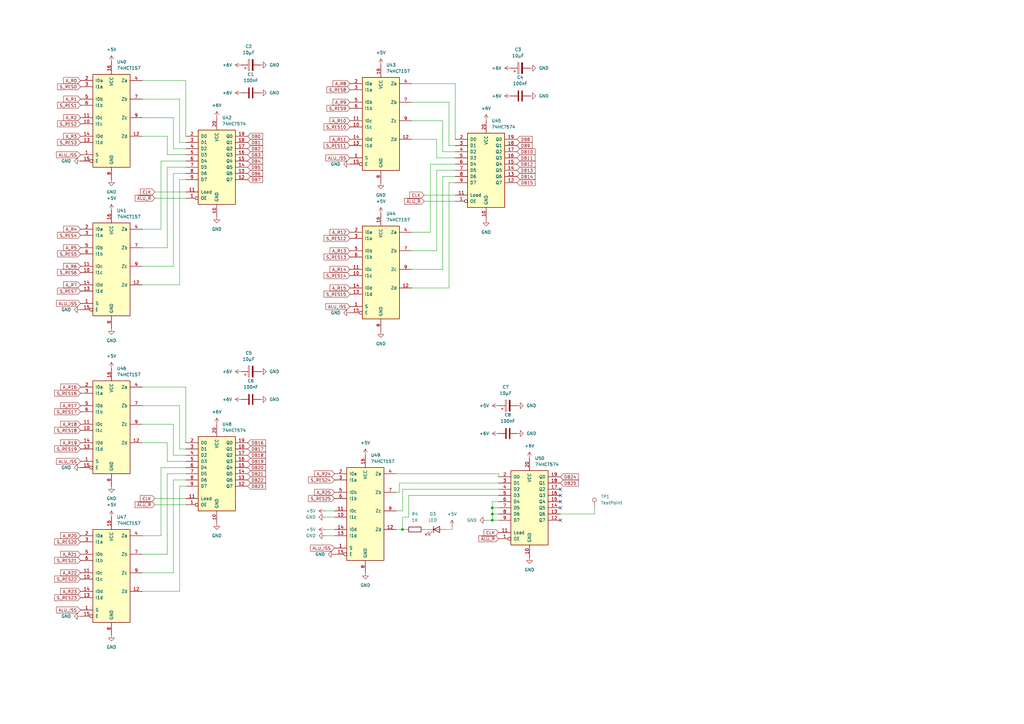
<source format=kicad_sch>
(kicad_sch (version 20231120) (generator "eeschema") (generator_version "8.0")
  (paper "A3")
  (lib_symbols
    (symbol "74xx:74LS157" (pin_names (offset 1.016))
      (property "Reference" "U" (at -7.62 19.05 0))
      (property "Value" "74LS157" (at -7.62 -21.59 0))
      (symbol "74LS157_1_0"
        (pin input line (at -12.7 -15.24 0) (length 5.08) (name "S") (number "1"))
        (pin input line (at -12.7 -2.54 0) (length 5.08) (name "I1c") (number "10"))
        (pin input line (at -12.7 0 0) (length 5.08) (name "I0c") (number "11"))
        (pin output line (at 12.7 -7.62 180) (length 5.08) (name "Zd") (number "12"))
        (pin input line (at -12.7 -10.16 0) (length 5.08) (name "I1d") (number "13"))
        (pin input line (at -12.7 -7.62 0) (length 5.08) (name "I0d") (number "14"))
        (pin input inverted (at -12.7 -17.78 0) (length 5.08) (name "E") (number "15"))
        (pin power_in line (at 0 22.86 270) (length 5.08) (name "VCC") (number "16"))
        (pin input line (at -12.7 15.24 0) (length 5.08) (name "I0a") (number "2"))
        (pin input line (at -12.7 12.7 0) (length 5.08) (name "I1a") (number "3"))
        (pin output line (at 12.7 15.24 180) (length 5.08) (name "Za") (number "4"))
        (pin input line (at -12.7 7.62 0) (length 5.08) (name "I0b") (number "5"))
        (pin input line (at -12.7 5.08 0) (length 5.08) (name "I1b") (number "6"))
        (pin output line (at 12.7 7.62 180) (length 5.08) (name "Zb") (number "7"))
        (pin power_in line (at 0 -25.4 90) (length 5.08) (name "GND") (number "8"))
        (pin output line (at 12.7 0 180) (length 5.08) (name "Zc") (number "9"))
      )
      (symbol "74LS157_1_1"
        (rectangle (start -7.62 17.78) (end 7.62 -20.32) (stroke (width 0.254)) (fill (type background)))
      )
    )
    (symbol "74xx:74LS573" (pin_names (offset 1.016))
      (property "Reference" "U" (at -7.62 16.51 0))
      (property "Value" "74LS573" (at -7.62 -16.51 0))
      (symbol "74LS573_1_0"
        (pin input inverted (at -12.7 -12.7 0) (length 5.08) (name "OE") (number "1"))
        (pin power_in line (at 0 -20.32 90) (length 5.08) (name "GND") (number "10"))
        (pin input line (at -12.7 -10.16 0) (length 5.08) (name "Load") (number "11"))
        (pin tri_state line (at 12.7 -5.08 180) (length 5.08) (name "Q7") (number "12"))
        (pin tri_state line (at 12.7 -2.54 180) (length 5.08) (name "Q6") (number "13"))
        (pin tri_state line (at 12.7 0 180) (length 5.08) (name "Q5") (number "14"))
        (pin tri_state line (at 12.7 2.54 180) (length 5.08) (name "Q4") (number "15"))
        (pin tri_state line (at 12.7 5.08 180) (length 5.08) (name "Q3") (number "16"))
        (pin tri_state line (at 12.7 7.62 180) (length 5.08) (name "Q2") (number "17"))
        (pin tri_state line (at 12.7 10.16 180) (length 5.08) (name "Q1") (number "18"))
        (pin tri_state line (at 12.7 12.7 180) (length 5.08) (name "Q0") (number "19"))
        (pin input line (at -12.7 12.7 0) (length 5.08) (name "D0") (number "2"))
        (pin power_in line (at 0 20.32 270) (length 5.08) (name "VCC") (number "20"))
        (pin input line (at -12.7 10.16 0) (length 5.08) (name "D1") (number "3"))
        (pin input line (at -12.7 7.62 0) (length 5.08) (name "D2") (number "4"))
        (pin input line (at -12.7 5.08 0) (length 5.08) (name "D3") (number "5"))
        (pin input line (at -12.7 2.54 0) (length 5.08) (name "D4") (number "6"))
        (pin input line (at -12.7 0 0) (length 5.08) (name "D5") (number "7"))
        (pin input line (at -12.7 -2.54 0) (length 5.08) (name "D6") (number "8"))
        (pin input line (at -12.7 -5.08 0) (length 5.08) (name "D7") (number "9"))
      )
      (symbol "74LS573_1_1"
        (rectangle (start -7.62 15.24) (end 7.62 -15.24) (stroke (width 0.254)) (fill (type background)))
      )
    )
    (symbol "Connector:TestPoint" (pin_numbers hide) (pin_names (offset 0.762) hide)
      (property "Reference" "TP" (at 0 6.858 0))
      (property "Value" "TestPoint" (at 0 5.08 0))
      (symbol "TestPoint_0_1"
        (circle (center 0 3.302) (radius 0.762))
      )
      (symbol "TestPoint_1_1"
        (pin passive line (at 0 0 90) (length 2.54) (name "1") (number "1"))
      )
    )
    (symbol "Device:C" (pin_numbers hide) (pin_names (offset 0.254))
      (property "Reference" "C" (at 0.635 2.54 0))
      (property "Value" "C" (at 0.635 -2.54 0))
      (symbol "C_0_1"
        (polyline (pts (xy -2.032 -0.762) (xy 2.032 -0.762)) (stroke (width 0.508)))
        (polyline (pts (xy -2.032 0.762) (xy 2.032 0.762)) (stroke (width 0.508)))
      )
      (symbol "C_1_1"
        (pin passive line (at 0 3.81 270) (length 2.794) (name "~") (number "1"))
        (pin passive line (at 0 -3.81 90) (length 2.794) (name "~") (number "2"))
      )
    )
    (symbol "Device:C_Polarized" (pin_numbers hide) (pin_names (offset 0.254))
      (property "Reference" "C" (at 0.635 2.54 0))
      (property "Value" "C_Polarized" (at 0.635 -2.54 0))
      (symbol "C_Polarized_0_1"
        (rectangle (start -2.286 0.508) (end 2.286 1.016))
        (polyline (pts (xy -1.778 2.286) (xy -0.762 2.286)))
        (polyline (pts (xy -1.27 2.794) (xy -1.27 1.778)))
        (rectangle (start 2.286 -0.508) (end -2.286 -1.016) (fill (type outline)))
      )
      (symbol "C_Polarized_1_1"
        (pin passive line (at 0 3.81 270) (length 2.794) (name "~") (number "1"))
        (pin passive line (at 0 -3.81 90) (length 2.794) (name "~") (number "2"))
      )
    )
    (symbol "Device:LED" (pin_numbers hide) (pin_names (offset 1.016) hide)
      (property "Reference" "D" (at 0 2.54 0))
      (property "Value" "LED" (at 0 -2.54 0))
      (symbol "LED_0_1"
        (polyline (pts (xy -1.27 -1.27) (xy -1.27 1.27)) (stroke (width 0.254)))
        (polyline (pts (xy -1.27 0) (xy 1.27 0)))
        (polyline (pts (xy 1.27 -1.27) (xy 1.27 1.27) (xy -1.27 0) (xy 1.27 -1.27)) (stroke (width 0.254)))
        (polyline (pts (xy -3.048 -0.762) (xy -4.572 -2.286) (xy -3.81 -2.286) (xy -4.572 -2.286) (xy -4.572 -1.524)))
        (polyline (pts (xy -1.778 -0.762) (xy -3.302 -2.286) (xy -2.54 -2.286) (xy -3.302 -2.286) (xy -3.302 -1.524)))
      )
      (symbol "LED_1_1"
        (pin passive line (at -3.81 0 0) (length 2.54) (name "K") (number "1"))
        (pin passive line (at 3.81 0 180) (length 2.54) (name "A") (number "2"))
      )
    )
    (symbol "Device:R" (pin_numbers hide) (pin_names (offset 0))
      (property "Reference" "R" (at 2.032 0 90))
      (property "Value" "R" (at 0 0 90))
      (symbol "R_0_1"
        (rectangle (start -1.016 -2.54) (end 1.016 2.54) (stroke (width 0.254)))
      )
      (symbol "R_1_1"
        (pin passive line (at 0 3.81 270) (length 1.27) (name "~") (number "1"))
        (pin passive line (at 0 -3.81 90) (length 1.27) (name "~") (number "2"))
      )
    )
    (symbol "power:+5V" (power) (pin_numbers hide) (pin_names (offset 0) hide)
      (property "Value" "+5V" (at 0 3.556 0))
      (symbol "+5V_0_1"
        (polyline (pts (xy -0.762 1.27) (xy 0 2.54)))
        (polyline (pts (xy 0 0) (xy 0 2.54)))
        (polyline (pts (xy 0 2.54) (xy 0.762 1.27)))
      )
      (symbol "+5V_1_1"
        (pin power_in line (at 0 0 90) (length 0) (name "~") (number "1"))
      )
    )
    (symbol "power:+6V" (power) (pin_numbers hide) (pin_names (offset 0) hide)
      (property "Value" "+6V" (at 0 3.556 0))
      (symbol "+6V_0_1"
        (polyline (pts (xy -0.762 1.27) (xy 0 2.54)))
        (polyline (pts (xy 0 0) (xy 0 2.54)))
        (polyline (pts (xy 0 2.54) (xy 0.762 1.27)))
      )
      (symbol "+6V_1_1"
        (pin power_in line (at 0 0 90) (length 0) (name "~") (number "1"))
      )
    )
    (symbol "power:GND" (power) (pin_numbers hide) (pin_names (offset 0) hide)
      (property "Value" "GND" (at 0 -3.81 0))
      (symbol "GND_0_1"
        (polyline (pts (xy 0 0) (xy 0 -1.27) (xy 1.27 -1.27) (xy 0 -2.54) (xy -1.27 -1.27) (xy 0 -1.27)))
      )
      (symbol "GND_1_1"
        (pin power_in line (at 0 0 270) (length 0) (name "~") (number "1"))
      )
    )
  )
  (junction (at 201.93 208.28))
  (junction (at 165.1 217.17))
  (junction (at 201.93 213.36))
  (junction (at 201.93 210.82))
  (no_connect (at 229.87 208.28))
  (no_connect (at 229.87 205.74))
  (no_connect (at 229.87 213.36))
  (no_connect (at 229.87 203.2))
  (no_connect (at 229.87 200.66))
  (wire (pts (xy 168.91 102.87) (xy 179.07 102.87)))
  (wire (pts (xy 73.66 40.64) (xy 73.66 58.42)))
  (wire (pts (xy 184.15 59.69) (xy 186.69 59.69)))
  (wire (pts (xy 168.91 34.29) (xy 186.69 34.29)))
  (wire (pts (xy 58.42 109.22) (xy 71.12 109.22)))
  (wire (pts (xy 63.5 81.28) (xy 76.2 81.28)))
  (wire (pts (xy 184.15 118.11) (xy 184.15 74.93)))
  (wire (pts (xy 76.2 33.02) (xy 76.2 55.88)))
  (wire (pts (xy 73.66 116.84) (xy 73.66 73.66)))
  (wire (pts (xy 73.66 73.66) (xy 76.2 73.66)))
  (wire (pts (xy 133.35 219.71) (xy 137.16 219.71)))
  (wire (pts (xy 58.42 48.26) (xy 71.12 48.26)))
  (wire (pts (xy 184.15 74.93) (xy 186.69 74.93)))
  (wire (pts (xy 199.39 213.36) (xy 201.93 213.36)))
  (wire (pts (xy 204.47 195.58) (xy 204.47 194.31)))
  (wire (pts (xy 181.61 110.49) (xy 181.61 72.39)))
  (wire (pts (xy 201.93 210.82) (xy 204.47 210.82)))
  (wire (pts (xy 68.58 194.31) (xy 76.2 194.31)))
  (wire (pts (xy 204.47 194.31) (xy 162.56 194.31)))
  (wire (pts (xy 76.2 158.75) (xy 76.2 181.61)))
  (wire (pts (xy 73.66 58.42) (xy 76.2 58.42)))
  (wire (pts (xy 186.69 34.29) (xy 186.69 57.15)))
  (wire (pts (xy 73.66 242.57) (xy 73.66 199.39)))
  (wire (pts (xy 133.35 209.55) (xy 137.16 209.55)))
  (wire (pts (xy 71.12 60.96) (xy 76.2 60.96)))
  (wire (pts (xy 71.12 196.85) (xy 76.2 196.85)))
  (wire (pts (xy 181.61 49.53) (xy 181.61 62.23)))
  (wire (pts (xy 229.87 210.82) (xy 243.84 210.82)))
  (wire (pts (xy 201.93 213.36) (xy 201.93 210.82)))
  (wire (pts (xy 204.47 200.66) (xy 165.1 200.66)))
  (wire (pts (xy 165.1 200.66) (xy 165.1 209.55)))
  (wire (pts (xy 58.42 158.75) (xy 76.2 158.75)))
  (wire (pts (xy 68.58 68.58) (xy 76.2 68.58)))
  (wire (pts (xy 63.5 78.74) (xy 76.2 78.74)))
  (wire (pts (xy 58.42 93.98) (xy 66.04 93.98)))
  (wire (pts (xy 179.07 69.85) (xy 186.69 69.85)))
  (wire (pts (xy 58.42 55.88) (xy 68.58 55.88)))
  (wire (pts (xy 243.84 210.82) (xy 243.84 208.28)))
  (wire (pts (xy 204.47 198.12) (xy 163.83 198.12)))
  (wire (pts (xy 68.58 227.33) (xy 68.58 194.31)))
  (wire (pts (xy 168.91 57.15) (xy 179.07 57.15)))
  (wire (pts (xy 63.5 207.01) (xy 76.2 207.01)))
  (wire (pts (xy 58.42 234.95) (xy 71.12 234.95)))
  (wire (pts (xy 168.91 110.49) (xy 181.61 110.49)))
  (wire (pts (xy 68.58 101.6) (xy 68.58 68.58)))
  (wire (pts (xy 184.15 41.91) (xy 184.15 59.69)))
  (wire (pts (xy 133.35 212.09) (xy 137.16 212.09)))
  (wire (pts (xy 68.58 189.23) (xy 76.2 189.23)))
  (wire (pts (xy 71.12 186.69) (xy 76.2 186.69)))
  (wire (pts (xy 58.42 242.57) (xy 73.66 242.57)))
  (wire (pts (xy 168.91 41.91) (xy 184.15 41.91)))
  (wire (pts (xy 71.12 109.22) (xy 71.12 71.12)))
  (wire (pts (xy 58.42 116.84) (xy 73.66 116.84)))
  (wire (pts (xy 58.42 181.61) (xy 68.58 181.61)))
  (wire (pts (xy 163.83 201.93) (xy 162.56 201.93)))
  (wire (pts (xy 162.56 217.17) (xy 165.1 217.17)))
  (wire (pts (xy 58.42 173.99) (xy 71.12 173.99)))
  (wire (pts (xy 163.83 198.12) (xy 163.83 201.93)))
  (wire (pts (xy 179.07 64.77) (xy 186.69 64.77)))
  (wire (pts (xy 66.04 66.04) (xy 76.2 66.04)))
  (wire (pts (xy 201.93 208.28) (xy 201.93 205.74)))
  (wire (pts (xy 185.42 215.9) (xy 185.42 217.17)))
  (wire (pts (xy 176.53 95.25) (xy 176.53 67.31)))
  (wire (pts (xy 181.61 72.39) (xy 186.69 72.39)))
  (wire (pts (xy 173.99 80.01) (xy 186.69 80.01)))
  (wire (pts (xy 179.07 57.15) (xy 179.07 64.77)))
  (wire (pts (xy 71.12 71.12) (xy 76.2 71.12)))
  (wire (pts (xy 167.64 212.09) (xy 165.1 212.09)))
  (wire (pts (xy 168.91 118.11) (xy 184.15 118.11)))
  (wire (pts (xy 63.5 204.47) (xy 76.2 204.47)))
  (wire (pts (xy 204.47 203.2) (xy 167.64 203.2)))
  (wire (pts (xy 179.07 102.87) (xy 179.07 69.85)))
  (wire (pts (xy 71.12 48.26) (xy 71.12 60.96)))
  (wire (pts (xy 66.04 191.77) (xy 76.2 191.77)))
  (wire (pts (xy 133.35 217.17) (xy 137.16 217.17)))
  (wire (pts (xy 201.93 213.36) (xy 204.47 213.36)))
  (wire (pts (xy 71.12 173.99) (xy 71.12 186.69)))
  (wire (pts (xy 173.99 217.17) (xy 175.26 217.17)))
  (wire (pts (xy 68.58 63.5) (xy 76.2 63.5)))
  (wire (pts (xy 165.1 209.55) (xy 162.56 209.55)))
  (wire (pts (xy 66.04 219.71) (xy 66.04 191.77)))
  (wire (pts (xy 73.66 199.39) (xy 76.2 199.39)))
  (wire (pts (xy 73.66 166.37) (xy 73.66 184.15)))
  (wire (pts (xy 165.1 217.17) (xy 166.37 217.17)))
  (wire (pts (xy 173.99 82.55) (xy 186.69 82.55)))
  (wire (pts (xy 58.42 227.33) (xy 68.58 227.33)))
  (wire (pts (xy 165.1 212.09) (xy 165.1 217.17)))
  (wire (pts (xy 58.42 40.64) (xy 73.66 40.64)))
  (wire (pts (xy 58.42 166.37) (xy 73.66 166.37)))
  (wire (pts (xy 201.93 208.28) (xy 204.47 208.28)))
  (wire (pts (xy 176.53 67.31) (xy 186.69 67.31)))
  (wire (pts (xy 73.66 184.15) (xy 76.2 184.15)))
  (wire (pts (xy 58.42 219.71) (xy 66.04 219.71)))
  (wire (pts (xy 66.04 93.98) (xy 66.04 66.04)))
  (wire (pts (xy 68.58 181.61) (xy 68.58 189.23)))
  (wire (pts (xy 167.64 203.2) (xy 167.64 212.09)))
  (wire (pts (xy 168.91 95.25) (xy 176.53 95.25)))
  (wire (pts (xy 181.61 62.23) (xy 186.69 62.23)))
  (wire (pts (xy 58.42 33.02) (xy 76.2 33.02)))
  (wire (pts (xy 71.12 234.95) (xy 71.12 196.85)))
  (wire (pts (xy 185.42 217.17) (xy 182.88 217.17)))
  (wire (pts (xy 201.93 210.82) (xy 201.93 208.28)))
  (wire (pts (xy 201.93 205.74) (xy 204.47 205.74)))
  (wire (pts (xy 58.42 101.6) (xy 68.58 101.6)))
  (wire (pts (xy 68.58 55.88) (xy 68.58 63.5)))
  (wire (pts (xy 168.91 49.53) (xy 181.61 49.53)))
  (global_label "A_R21" (shape input) (at 33.02 227.33 180) (property "Intersheetrefs" "${INTERSHEET_REFS}" (effects (hide yes))))
  (global_label "A_R1" (shape input) (at 33.02 40.64 180) (property "Intersheetrefs" "${INTERSHEET_REFS}" (effects (hide yes))))
  (global_label "DB22" (shape input) (at 101.6 196.85 0) (property "Intersheetrefs" "${INTERSHEET_REFS}" (effects (hide yes))))
  (global_label "A_R14" (shape input) (at 143.51 110.49 180) (property "Intersheetrefs" "${INTERSHEET_REFS}" (effects (hide yes))))
  (global_label "S_RES14" (shape input) (at 143.51 113.03 180) (property "Intersheetrefs" "${INTERSHEET_REFS}" (effects (hide yes))))
  (global_label "DB24" (shape input) (at 229.87 195.58 0) (property "Intersheetrefs" "${INTERSHEET_REFS}" (effects (hide yes))))
  (global_label "S_RES12" (shape input) (at 143.51 97.79 180) (property "Intersheetrefs" "${INTERSHEET_REFS}" (effects (hide yes))))
  (global_label "A_R7" (shape input) (at 33.02 116.84 180) (property "Intersheetrefs" "${INTERSHEET_REFS}" (effects (hide yes))))
  (global_label "ALU_ISS" (shape input) (at 33.02 250.19 180) (property "Intersheetrefs" "${INTERSHEET_REFS}" (effects (hide yes))))
  (global_label "~{ALU_R}" (shape input) (at 63.5 207.01 180) (property "Intersheetrefs" "${INTERSHEET_REFS}" (effects (hide yes))))
  (global_label "S_RES4" (shape input) (at 33.02 96.52 180) (property "Intersheetrefs" "${INTERSHEET_REFS}" (effects (hide yes))))
  (global_label "A_R18" (shape input) (at 33.02 173.99 180) (property "Intersheetrefs" "${INTERSHEET_REFS}" (effects (hide yes))))
  (global_label "S_RES20" (shape input) (at 33.02 222.25 180) (property "Intersheetrefs" "${INTERSHEET_REFS}" (effects (hide yes))))
  (global_label "A_R9" (shape input) (at 143.51 41.91 180) (property "Intersheetrefs" "${INTERSHEET_REFS}" (effects (hide yes))))
  (global_label "~{ALU_R}" (shape input) (at 173.99 82.55 180) (property "Intersheetrefs" "${INTERSHEET_REFS}" (effects (hide yes))))
  (global_label "S_RES5" (shape input) (at 33.02 104.14 180) (property "Intersheetrefs" "${INTERSHEET_REFS}" (effects (hide yes))))
  (global_label "DB21" (shape input) (at 101.6 194.31 0) (property "Intersheetrefs" "${INTERSHEET_REFS}" (effects (hide yes))))
  (global_label "ALU_ISS" (shape input) (at 33.02 63.5 180) (property "Intersheetrefs" "${INTERSHEET_REFS}" (effects (hide yes))))
  (global_label "CLK" (shape input) (at 63.5 204.47 180) (property "Intersheetrefs" "${INTERSHEET_REFS}" (effects (hide yes))))
  (global_label "DB20" (shape input) (at 101.6 191.77 0) (property "Intersheetrefs" "${INTERSHEET_REFS}" (effects (hide yes))))
  (global_label "DB17" (shape input) (at 101.6 184.15 0) (property "Intersheetrefs" "${INTERSHEET_REFS}" (effects (hide yes))))
  (global_label "DB1" (shape input) (at 101.6 58.42 0) (property "Intersheetrefs" "${INTERSHEET_REFS}" (effects (hide yes))))
  (global_label "ALU_ISS" (shape input) (at 33.02 189.23 180) (property "Intersheetrefs" "${INTERSHEET_REFS}" (effects (hide yes))))
  (global_label "S_RES22" (shape input) (at 33.02 237.49 180) (property "Intersheetrefs" "${INTERSHEET_REFS}" (effects (hide yes))))
  (global_label "S_RES3" (shape input) (at 33.02 58.42 180) (property "Intersheetrefs" "${INTERSHEET_REFS}" (effects (hide yes))))
  (global_label "DB25" (shape input) (at 229.87 198.12 0) (property "Intersheetrefs" "${INTERSHEET_REFS}" (effects (hide yes))))
  (global_label "S_RES8" (shape input) (at 143.51 36.83 180) (property "Intersheetrefs" "${INTERSHEET_REFS}" (effects (hide yes))))
  (global_label "S_RES13" (shape input) (at 143.51 105.41 180) (property "Intersheetrefs" "${INTERSHEET_REFS}" (effects (hide yes))))
  (global_label "A_R8" (shape input) (at 143.51 34.29 180) (property "Intersheetrefs" "${INTERSHEET_REFS}" (effects (hide yes))))
  (global_label "A_R10" (shape input) (at 143.51 49.53 180) (property "Intersheetrefs" "${INTERSHEET_REFS}" (effects (hide yes))))
  (global_label "S_RES17" (shape input) (at 33.02 168.91 180) (property "Intersheetrefs" "${INTERSHEET_REFS}" (effects (hide yes))))
  (global_label "ALU_ISS" (shape input) (at 33.02 124.46 180) (property "Intersheetrefs" "${INTERSHEET_REFS}" (effects (hide yes))))
  (global_label "ALU_ISS" (shape input) (at 143.51 64.77 180) (property "Intersheetrefs" "${INTERSHEET_REFS}" (effects (hide yes))))
  (global_label "DB12" (shape input) (at 212.09 67.31 0) (property "Intersheetrefs" "${INTERSHEET_REFS}" (effects (hide yes))))
  (global_label "DB19" (shape input) (at 101.6 189.23 0) (property "Intersheetrefs" "${INTERSHEET_REFS}" (effects (hide yes))))
  (global_label "S_RES1" (shape input) (at 33.02 43.18 180) (property "Intersheetrefs" "${INTERSHEET_REFS}" (effects (hide yes))))
  (global_label "S_RES10" (shape input) (at 143.51 52.07 180) (property "Intersheetrefs" "${INTERSHEET_REFS}" (effects (hide yes))))
  (global_label "A_R6" (shape input) (at 33.02 109.22 180) (property "Intersheetrefs" "${INTERSHEET_REFS}" (effects (hide yes))))
  (global_label "S_RES25" (shape input) (at 137.16 204.47 180) (property "Intersheetrefs" "${INTERSHEET_REFS}" (effects (hide yes))))
  (global_label "S_RES6" (shape input) (at 33.02 111.76 180) (property "Intersheetrefs" "${INTERSHEET_REFS}" (effects (hide yes))))
  (global_label "A_R13" (shape input) (at 143.51 102.87 180) (property "Intersheetrefs" "${INTERSHEET_REFS}" (effects (hide yes))))
  (global_label "CLK" (shape input) (at 204.47 218.44 180) (property "Intersheetrefs" "${INTERSHEET_REFS}" (effects (hide yes))))
  (global_label "S_RES23" (shape input) (at 33.02 245.11 180) (property "Intersheetrefs" "${INTERSHEET_REFS}" (effects (hide yes))))
  (global_label "DB5" (shape input) (at 101.6 68.58 0) (property "Intersheetrefs" "${INTERSHEET_REFS}" (effects (hide yes))))
  (global_label "A_R4" (shape input) (at 33.02 93.98 180) (property "Intersheetrefs" "${INTERSHEET_REFS}" (effects (hide yes))))
  (global_label "DB6" (shape input) (at 101.6 71.12 0) (property "Intersheetrefs" "${INTERSHEET_REFS}" (effects (hide yes))))
  (global_label "A_R5" (shape input) (at 33.02 101.6 180) (property "Intersheetrefs" "${INTERSHEET_REFS}" (effects (hide yes))))
  (global_label "DB4" (shape input) (at 101.6 66.04 0) (property "Intersheetrefs" "${INTERSHEET_REFS}" (effects (hide yes))))
  (global_label "ALU_ISS" (shape input) (at 143.51 125.73 180) (property "Intersheetrefs" "${INTERSHEET_REFS}" (effects (hide yes))))
  (global_label "S_RES15" (shape input) (at 143.51 120.65 180) (property "Intersheetrefs" "${INTERSHEET_REFS}" (effects (hide yes))))
  (global_label "ALU_ISS" (shape input) (at 137.16 224.79 180) (property "Intersheetrefs" "${INTERSHEET_REFS}" (effects (hide yes))))
  (global_label "S_RES16" (shape input) (at 33.02 161.29 180) (property "Intersheetrefs" "${INTERSHEET_REFS}" (effects (hide yes))))
  (global_label "S_RES24" (shape input) (at 137.16 196.85 180) (property "Intersheetrefs" "${INTERSHEET_REFS}" (effects (hide yes))))
  (global_label "DB10" (shape input) (at 212.09 62.23 0) (property "Intersheetrefs" "${INTERSHEET_REFS}" (effects (hide yes))))
  (global_label "DB3" (shape input) (at 101.6 63.5 0) (property "Intersheetrefs" "${INTERSHEET_REFS}" (effects (hide yes))))
  (global_label "A_R3" (shape input) (at 33.02 55.88 180) (property "Intersheetrefs" "${INTERSHEET_REFS}" (effects (hide yes))))
  (global_label "A_R17" (shape input) (at 33.02 166.37 180) (property "Intersheetrefs" "${INTERSHEET_REFS}" (effects (hide yes))))
  (global_label "A_R24" (shape input) (at 137.16 194.31 180) (property "Intersheetrefs" "${INTERSHEET_REFS}" (effects (hide yes))))
  (global_label "S_RES2" (shape input) (at 33.02 50.8 180) (property "Intersheetrefs" "${INTERSHEET_REFS}" (effects (hide yes))))
  (global_label "DB16" (shape input) (at 101.6 181.61 0) (property "Intersheetrefs" "${INTERSHEET_REFS}" (effects (hide yes))))
  (global_label "S_RES19" (shape input) (at 33.02 184.15 180) (property "Intersheetrefs" "${INTERSHEET_REFS}" (effects (hide yes))))
  (global_label "S_RES9" (shape input) (at 143.51 44.45 180) (property "Intersheetrefs" "${INTERSHEET_REFS}" (effects (hide yes))))
  (global_label "A_R11" (shape input) (at 143.51 57.15 180) (property "Intersheetrefs" "${INTERSHEET_REFS}" (effects (hide yes))))
  (global_label "DB7" (shape input) (at 101.6 73.66 0) (property "Intersheetrefs" "${INTERSHEET_REFS}" (effects (hide yes))))
  (global_label "CLK" (shape input) (at 63.5 78.74 180) (property "Intersheetrefs" "${INTERSHEET_REFS}" (effects (hide yes))))
  (global_label "A_R20" (shape input) (at 33.02 219.71 180) (property "Intersheetrefs" "${INTERSHEET_REFS}" (effects (hide yes))))
  (global_label "A_R0" (shape input) (at 33.02 33.02 180) (property "Intersheetrefs" "${INTERSHEET_REFS}" (effects (hide yes))))
  (global_label "S_RES11" (shape input) (at 143.51 59.69 180) (property "Intersheetrefs" "${INTERSHEET_REFS}" (effects (hide yes))))
  (global_label "S_RES7" (shape input) (at 33.02 119.38 180) (property "Intersheetrefs" "${INTERSHEET_REFS}" (effects (hide yes))))
  (global_label "DB9" (shape input) (at 212.09 59.69 0) (property "Intersheetrefs" "${INTERSHEET_REFS}" (effects (hide yes))))
  (global_label "DB14" (shape input) (at 212.09 72.39 0) (property "Intersheetrefs" "${INTERSHEET_REFS}" (effects (hide yes))))
  (global_label "DB11" (shape input) (at 212.09 64.77 0) (property "Intersheetrefs" "${INTERSHEET_REFS}" (effects (hide yes))))
  (global_label "DB8" (shape input) (at 212.09 57.15 0) (property "Intersheetrefs" "${INTERSHEET_REFS}" (effects (hide yes))))
  (global_label "~{ALU_R}" (shape input) (at 204.47 220.98 180) (property "Intersheetrefs" "${INTERSHEET_REFS}" (effects (hide yes))))
  (global_label "DB15" (shape input) (at 212.09 74.93 0) (property "Intersheetrefs" "${INTERSHEET_REFS}" (effects (hide yes))))
  (global_label "A_R16" (shape input) (at 33.02 158.75 180) (property "Intersheetrefs" "${INTERSHEET_REFS}" (effects (hide yes))))
  (global_label "~{ALU_R}" (shape input) (at 63.5 81.28 180) (property "Intersheetrefs" "${INTERSHEET_REFS}" (effects (hide yes))))
  (global_label "S_RES18" (shape input) (at 33.02 176.53 180) (property "Intersheetrefs" "${INTERSHEET_REFS}" (effects (hide yes))))
  (global_label "A_R12" (shape input) (at 143.51 95.25 180) (property "Intersheetrefs" "${INTERSHEET_REFS}" (effects (hide yes))))
  (global_label "A_R25" (shape input) (at 137.16 201.93 180) (property "Intersheetrefs" "${INTERSHEET_REFS}" (effects (hide yes))))
  (global_label "S_RES0" (shape input) (at 33.02 35.56 180) (property "Intersheetrefs" "${INTERSHEET_REFS}" (effects (hide yes))))
  (global_label "A_R2" (shape input) (at 33.02 48.26 180) (property "Intersheetrefs" "${INTERSHEET_REFS}" (effects (hide yes))))
  (global_label "DB13" (shape input) (at 212.09 69.85 0) (property "Intersheetrefs" "${INTERSHEET_REFS}" (effects (hide yes))))
  (global_label "CLK" (shape input) (at 173.99 80.01 180) (property "Intersheetrefs" "${INTERSHEET_REFS}" (effects (hide yes))))
  (global_label "DB18" (shape input) (at 101.6 186.69 0) (property "Intersheetrefs" "${INTERSHEET_REFS}" (effects (hide yes))))
  (global_label "DB0" (shape input) (at 101.6 55.88 0) (property "Intersheetrefs" "${INTERSHEET_REFS}" (effects (hide yes))))
  (global_label "DB2" (shape input) (at 101.6 60.96 0) (property "Intersheetrefs" "${INTERSHEET_REFS}" (effects (hide yes))))
  (global_label "A_R19" (shape input) (at 33.02 181.61 180) (property "Intersheetrefs" "${INTERSHEET_REFS}" (effects (hide yes))))
  (global_label "A_R23" (shape input) (at 33.02 242.57 180) (property "Intersheetrefs" "${INTERSHEET_REFS}" (effects (hide yes))))
  (global_label "S_RES21" (shape input) (at 33.02 229.87 180) (property "Intersheetrefs" "${INTERSHEET_REFS}" (effects (hide yes))))
  (global_label "A_R15" (shape input) (at 143.51 118.11 180) (property "Intersheetrefs" "${INTERSHEET_REFS}" (effects (hide yes))))
  (global_label "DB23" (shape input) (at 101.6 199.39 0) (property "Intersheetrefs" "${INTERSHEET_REFS}" (effects (hide yes))))
  (global_label "A_R22" (shape input) (at 33.02 234.95 180) (property "Intersheetrefs" "${INTERSHEET_REFS}" (effects (hide yes))))
  (symbol (lib_id "Device:C_Polarized") (at 102.87 152.4 90) (unit 1)
    (property "Reference" "C5" (at 101.981 144.78 90))
    (property "Value" "10µF" (at 101.981 147.32 90))
    (property "Footprint" "Capacitor_THT:CP_Radial_D4.0mm_P2.00mm" (effects (hide yes)))
    (property "Description" "Polarized capacitor" (effects (hide yes)))
  )
  (symbol (lib_id "74xx:74LS157") (at 149.86 209.55 0) (unit 1)
    (property "Reference" "U49" (at 152.0541 186.69 0) (effects (justify left)))
    (property "Value" "74HCT157" (at 152.0541 189.23 0) (effects (justify left)))
    (property "Footprint" "Package_SO:SO-16_3.9x9.9mm_P1.27mm" (effects (hide yes)))
    (property "Datasheet" "http://www.ti.com/lit/gpn/sn74LS157" (effects (hide yes)))
    (property "Description" "Quad 2 to 1 line Multiplexer" (effects (hide yes)))
    (property "VerilogCode" "ttl_74hct157 U49({I1d, I0d}, {I1c, I0c}, {I1b, I0b}, {I1a, I0a}, S, E, {Zd, Zc, Zb, Za});" (effects (hide yes)))
  )
  (symbol (lib_id "power:GND") (at 45.72 73.66 0) (unit 1)
    (property "Reference" "#PWR0109" (effects (hide yes)))
    (property "Value" "GND" (at 45.72 78.74 0))
    (property "Description" "Power symbol creates a global label with name \"GND\" , ground" (effects (hide yes)))
  )
  (symbol (lib_id "power:+5V") (at 45.72 212.09 0) (unit 1)
    (property "Reference" "#PWR0137" (effects (hide yes)))
    (property "Value" "+5V" (at 45.72 207.01 0))
    (property "Description" "Power symbol creates a global label with name \"+5V\"" (effects (hide yes)))
  )
  (symbol (lib_id "power:GND") (at 217.17 39.37 90) (unit 1)
    (property "Reference" "#PWR0132" (effects (hide yes)))
    (property "Value" "GND" (at 220.98 39.3699 90) (effects (justify right)))
    (property "Description" "Power symbol creates a global label with name \"GND\" , ground" (effects (hide yes)))
  )
  (symbol (lib_id "power:+5V") (at 156.21 26.67 0) (unit 1)
    (property "Reference" "#PWR0123" (effects (hide yes)))
    (property "Value" "+5V" (at 156.21 21.59 0))
    (property "Description" "Power symbol creates a global label with name \"+5V\"" (effects (hide yes)))
  )
  (symbol (lib_id "power:GND") (at 45.72 134.62 0) (unit 1)
    (property "Reference" "#PWR0113" (effects (hide yes)))
    (property "Value" "GND" (at 45.72 139.7 0))
    (property "Description" "Power symbol creates a global label with name \"GND\" , ground" (effects (hide yes)))
  )
  (symbol (lib_id "Device:R") (at 170.18 217.17 90) (unit 1)
    (property "Reference" "R4" (at 170.18 210.82 90))
    (property "Value" "1K" (at 170.18 213.36 90))
    (property "Footprint" "Resistor_SMD:R_1206_3216Metric_Pad1.30x1.75mm_HandSolder" (effects (hide yes)))
    (property "VerilogCode" "assign _1 = _2;" (effects (hide yes)))
  )
  (symbol (lib_id "power:+6V") (at 204.47 177.8 90) (unit 1)
    (property "Reference" "#PWR0156" (effects (hide yes)))
    (property "Value" "+6V" (at 200.66 177.7999 90) (effects (justify left)))
    (property "Description" "Power symbol creates a global label with name \"+6V\"" (effects (hide yes)))
  )
  (symbol (lib_id "74xx:74LS157") (at 45.72 48.26 0) (unit 1)
    (property "Reference" "U40" (at 47.9141 25.4 0) (effects (justify left)))
    (property "Value" "74HCT157" (at 47.9141 27.94 0) (effects (justify left)))
    (property "Footprint" "Package_SO:SO-16_3.9x9.9mm_P1.27mm" (effects (hide yes)))
    (property "Datasheet" "http://www.ti.com/lit/gpn/sn74LS157" (effects (hide yes)))
    (property "Description" "Quad 2 to 1 line Multiplexer" (effects (hide yes)))
    (property "VerilogCode" "ttl_74hct157 U40({I1d, I0d}, {I1c, I0c}, {I1b, I0b}, {I1a, I0a}, S, E, {Zd, Zc, Zb, Za});" (effects (hide yes)))
  )
  (symbol (lib_id "74xx:74LS573") (at 88.9 68.58 0) (unit 1)
    (property "Reference" "U42" (at 91.0941 48.26 0) (effects (justify left)))
    (property "Value" "74HCT574" (at 91.0941 50.8 0) (effects (justify left)))
    (property "Footprint" "Package_SO:SO-20_12.8x7.5mm_P1.27mm" (effects (hide yes)))
    (property "Datasheet" "74xx/74hc573.pdf" (effects (hide yes)))
    (property "Description" "8-bit Latch 3-state outputs" (effects (hide yes)))
    (property "VerilogCode" "ttl_74hct574 U42(`D, `Q, Load, OE);" (effects (hide yes)))
  )
  (symbol (lib_id "power:GND") (at 45.72 199.39 0) (unit 1)
    (property "Reference" "#PWR0136" (effects (hide yes)))
    (property "Value" "GND" (at 45.72 204.47 0))
    (property "Description" "Power symbol creates a global label with name \"GND\" , ground" (effects (hide yes)))
  )
  (symbol (lib_id "power:+6V") (at 99.06 26.67 90) (unit 1)
    (property "Reference" "#PWR0119" (effects (hide yes)))
    (property "Value" "+6V" (at 95.25 26.6699 90) (effects (justify left)))
    (property "Description" "Power symbol creates a global label with name \"+6V\"" (effects (hide yes)))
  )
  (symbol (lib_id "Connector:TestPoint") (at 243.84 208.28 0) (unit 1)
    (property "Reference" "TP1" (at 246.38 203.7079 0) (effects (justify left)))
    (property "Value" "TestPoint" (at 246.38 206.2479 0) (effects (justify left)))
    (property "Footprint" "TestPoint:TestPoint_Pad_1.5x1.5mm" (effects (hide yes)))
    (property "Description" "test point" (effects (hide yes)))
  )
  (symbol (lib_id "power:GND") (at 106.68 38.1 90) (unit 1)
    (property "Reference" "#PWR0118" (effects (hide yes)))
    (property "Value" "GND" (at 110.49 38.0999 90) (effects (justify right)))
    (property "Description" "Power symbol creates a global label with name \"GND\" , ground" (effects (hide yes)))
  )
  (symbol (lib_id "74xx:74LS157") (at 156.21 49.53 0) (unit 1)
    (property "Reference" "U43" (at 158.4041 26.67 0) (effects (justify left)))
    (property "Value" "74HCT157" (at 158.4041 29.21 0) (effects (justify left)))
    (property "Footprint" "Package_SO:SO-16_3.9x9.9mm_P1.27mm" (effects (hide yes)))
    (property "Datasheet" "http://www.ti.com/lit/gpn/sn74LS157" (effects (hide yes)))
    (property "Description" "Quad 2 to 1 line Multiplexer" (effects (hide yes)))
    (property "VerilogCode" "ttl_74hct157 U43({I1d, I0d}, {I1c, I0c}, {I1b, I0b}, {I1a, I0a}, S, E, {Zd, Zc, Zb, Za});" (effects (hide yes)))
  )
  (symbol (lib_id "power:GND") (at 156.21 74.93 0) (unit 1)
    (property "Reference" "#PWR0124" (effects (hide yes)))
    (property "Value" "GND" (at 156.21 80.01 0))
    (property "Description" "Power symbol creates a global label with name \"GND\" , ground" (effects (hide yes)))
  )
  (symbol (lib_id "74xx:74LS157") (at 156.21 110.49 0) (unit 1)
    (property "Reference" "U44" (at 158.4041 87.63 0) (effects (justify left)))
    (property "Value" "74HCT157" (at 158.4041 90.17 0) (effects (justify left)))
    (property "Footprint" "Package_SO:SO-16_3.9x9.9mm_P1.27mm" (effects (hide yes)))
    (property "Datasheet" "http://www.ti.com/lit/gpn/sn74LS157" (effects (hide yes)))
    (property "Description" "Quad 2 to 1 line Multiplexer" (effects (hide yes)))
    (property "VerilogCode" "ttl_74hct157 U44({I1d, I0d}, {I1c, I0c}, {I1b, I0b}, {I1a, I0a}, S, E, {Zd, Zc, Zb, Za});" (effects (hide yes)))
  )
  (symbol (lib_id "Device:C") (at 208.28 177.8 90) (unit 1)
    (property "Reference" "C8" (at 208.28 170.18 90))
    (property "Value" "100nF" (at 208.28 172.72 90))
    (property "Footprint" "Capacitor_SMD:C_0805_2012Metric_Pad1.18x1.45mm_HandSolder" (effects (hide yes)))
  )
  (symbol (lib_id "power:+5V") (at 204.47 166.37 90) (unit 1)
    (property "Reference" "#PWR0155" (effects (hide yes)))
    (property "Value" "+5V" (at 200.66 166.3699 90) (effects (justify left)))
    (property "Description" "Power symbol creates a global label with name \"+5V\"" (effects (hide yes)))
  )
  (symbol (lib_id "Device:C") (at 102.87 163.83 90) (unit 1)
    (property "Reference" "C6" (at 102.87 156.21 90))
    (property "Value" "100nF" (at 102.87 158.75 90))
    (property "Footprint" "Capacitor_SMD:C_0805_2012Metric_Pad1.18x1.45mm_HandSolder" (effects (hide yes)))
  )
  (symbol (lib_id "power:+6V") (at 88.9 48.26 0) (unit 1)
    (property "Reference" "#PWR0114" (effects (hide yes)))
    (property "Value" "+6V" (at 88.9 43.18 0))
    (property "Description" "Power symbol creates a global label with name \"+6V\"" (effects (hide yes)))
  )
  (symbol (lib_id "power:GND") (at 212.09 177.8 90) (unit 1)
    (property "Reference" "#PWR0158" (effects (hide yes)))
    (property "Value" "GND" (at 215.9 177.7999 90) (effects (justify right)))
    (property "Description" "Power symbol creates a global label with name \"GND\" , ground" (effects (hide yes)))
  )
  (symbol (lib_id "power:GND") (at 149.86 234.95 0) (unit 1)
    (property "Reference" "#PWR0146" (effects (hide yes)))
    (property "Value" "GND" (at 149.86 240.03 0))
    (property "Description" "Power symbol creates a global label with name \"GND\" , ground" (effects (hide yes)))
  )
  (symbol (lib_id "power:GND") (at 33.02 66.04 270) (unit 1)
    (property "Reference" "#PWR0110" (effects (hide yes)))
    (property "Value" "GND" (at 29.21 66.0399 90) (effects (justify right)))
    (property "Description" "Power symbol creates a global label with name \"GND\" , ground" (effects (hide yes)))
  )
  (symbol (lib_id "power:+5V") (at 133.35 209.55 90) (unit 1)
    (property "Reference" "#PWR0150" (effects (hide yes)))
    (property "Value" "+5V" (at 129.54 209.5499 90) (effects (justify left)))
    (property "Description" "Power symbol creates a global label with name \"+5V\"" (effects (hide yes)))
  )
  (symbol (lib_id "Device:LED") (at 179.07 217.17 0) (unit 1)
    (property "Reference" "D3" (at 177.4825 210.82 0))
    (property "Value" "LED" (at 177.4825 213.36 0))
    (property "Footprint" "LED_SMD:LED_1206_3216Metric_Pad1.42x1.75mm_HandSolder" (effects (hide yes)))
  )
  (symbol (lib_id "power:+6V") (at 88.9 173.99 0) (unit 1)
    (property "Reference" "#PWR0139" (effects (hide yes)))
    (property "Value" "+6V" (at 88.9 168.91 0))
    (property "Description" "Power symbol creates a global label with name \"+6V\"" (effects (hide yes)))
  )
  (symbol (lib_id "power:+6V") (at 209.55 27.94 90) (unit 1)
    (property "Reference" "#PWR0129" (effects (hide yes)))
    (property "Value" "+6V" (at 205.74 27.9399 90) (effects (justify left)))
    (property "Description" "Power symbol creates a global label with name \"+6V\"" (effects (hide yes)))
  )
  (symbol (lib_id "Device:C") (at 102.87 38.1 90) (unit 1)
    (property "Reference" "C1" (at 102.87 30.48 90))
    (property "Value" "100nF" (at 102.87 33.02 90))
    (property "Footprint" "Capacitor_SMD:C_0805_2012Metric_Pad1.18x1.45mm_HandSolder" (effects (hide yes)))
  )
  (symbol (lib_id "power:GND") (at 33.02 127 270) (unit 1)
    (property "Reference" "#PWR0111" (effects (hide yes)))
    (property "Value" "GND" (at 29.21 126.9999 90) (effects (justify right)))
    (property "Description" "Power symbol creates a global label with name \"GND\" , ground" (effects (hide yes)))
  )
  (symbol (lib_id "power:+6V") (at 99.06 152.4 90) (unit 1)
    (property "Reference" "#PWR0141" (effects (hide yes)))
    (property "Value" "+6V" (at 95.25 152.3999 90) (effects (justify left)))
    (property "Description" "Power symbol creates a global label with name \"+6V\"" (effects (hide yes)))
  )
  (symbol (lib_id "power:GND") (at 106.68 26.67 90) (unit 1)
    (property "Reference" "#PWR0120" (effects (hide yes)))
    (property "Value" "GND" (at 110.49 26.6699 90) (effects (justify right)))
    (property "Description" "Power symbol creates a global label with name \"GND\" , ground" (effects (hide yes)))
  )
  (symbol (lib_id "power:GND") (at 33.02 191.77 270) (unit 1)
    (property "Reference" "#PWR0133" (effects (hide yes)))
    (property "Value" "GND" (at 29.21 191.7699 90) (effects (justify right)))
    (property "Description" "Power symbol creates a global label with name \"GND\" , ground" (effects (hide yes)))
  )
  (symbol (lib_id "power:GND") (at 156.21 135.89 0) (unit 1)
    (property "Reference" "#PWR0126" (effects (hide yes)))
    (property "Value" "GND" (at 156.21 140.97 0))
    (property "Description" "Power symbol creates a global label with name \"GND\" , ground" (effects (hide yes)))
  )
  (symbol (lib_id "power:+6V") (at 199.39 49.53 0) (unit 1)
    (property "Reference" "#PWR0127" (effects (hide yes)))
    (property "Value" "+6V" (at 199.39 44.45 0))
    (property "Description" "Power symbol creates a global label with name \"+6V\"" (effects (hide yes)))
  )
  (symbol (lib_id "power:GND") (at 143.51 128.27 270) (unit 1)
    (property "Reference" "#PWR0122" (effects (hide yes)))
    (property "Value" "GND" (at 139.7 128.2699 90) (effects (justify right)))
    (property "Description" "Power symbol creates a global label with name \"GND\" , ground" (effects (hide yes)))
  )
  (symbol (lib_id "power:+5V") (at 45.72 151.13 0) (unit 1)
    (property "Reference" "#PWR0135" (effects (hide yes)))
    (property "Value" "+5V" (at 45.72 146.05 0))
    (property "Description" "Power symbol creates a global label with name \"+5V\"" (effects (hide yes)))
  )
  (symbol (lib_id "Device:C") (at 213.36 39.37 90) (unit 1)
    (property "Reference" "C4" (at 213.36 31.75 90))
    (property "Value" "100nF" (at 213.36 34.29 90))
    (property "Footprint" "Capacitor_SMD:C_0805_2012Metric_Pad1.18x1.45mm_HandSolder" (effects (hide yes)))
  )
  (symbol (lib_id "power:+5V") (at 185.42 215.9 0) (unit 1)
    (property "Reference" "#PWR0152" (effects (hide yes)))
    (property "Value" "+5V" (at 185.42 210.82 0))
    (property "Description" "Power symbol creates a global label with name \"+5V\"" (effects (hide yes)))
  )
  (symbol (lib_id "power:+5V") (at 156.21 87.63 0) (unit 1)
    (property "Reference" "#PWR0125" (effects (hide yes)))
    (property "Value" "+5V" (at 156.21 82.55 0))
    (property "Description" "Power symbol creates a global label with name \"+5V\"" (effects (hide yes)))
  )
  (symbol (lib_id "power:GND") (at 199.39 90.17 0) (unit 1)
    (property "Reference" "#PWR0128" (effects (hide yes)))
    (property "Value" "GND" (at 199.39 95.25 0))
    (property "Description" "Power symbol creates a global label with name \"GND\" , ground" (effects (hide yes)))
  )
  (symbol (lib_id "power:GND") (at 106.68 152.4 90) (unit 1)
    (property "Reference" "#PWR0143" (effects (hide yes)))
    (property "Value" "GND" (at 110.49 152.3999 90) (effects (justify right)))
    (property "Description" "Power symbol creates a global label with name \"GND\" , ground" (effects (hide yes)))
  )
  (symbol (lib_id "power:GND") (at 217.17 228.6 0) (unit 1)
    (property "Reference" "#PWR0154" (effects (hide yes)))
    (property "Value" "GND" (at 217.17 233.68 0))
    (property "Description" "Power symbol creates a global label with name \"GND\" , ground" (effects (hide yes)))
  )
  (symbol (lib_id "power:+5V") (at 45.72 86.36 0) (unit 1)
    (property "Reference" "#PWR0112" (effects (hide yes)))
    (property "Value" "+5V" (at 45.72 81.28 0))
    (property "Description" "Power symbol creates a global label with name \"+5V\"" (effects (hide yes)))
  )
  (symbol (lib_id "power:GND") (at 212.09 166.37 90) (unit 1)
    (property "Reference" "#PWR0157" (effects (hide yes)))
    (property "Value" "GND" (at 215.9 166.3699 90) (effects (justify right)))
    (property "Description" "Power symbol creates a global label with name \"GND\" , ground" (effects (hide yes)))
  )
  (symbol (lib_id "Device:C_Polarized") (at 102.87 26.67 90) (unit 1)
    (property "Reference" "C2" (at 101.981 19.05 90))
    (property "Value" "10µF" (at 101.981 21.59 90))
    (property "Footprint" "Capacitor_THT:CP_Radial_D4.0mm_P2.00mm" (effects (hide yes)))
    (property "Description" "Polarized capacitor" (effects (hide yes)))
  )
  (symbol (lib_id "power:GND") (at 106.68 163.83 90) (unit 1)
    (property "Reference" "#PWR0144" (effects (hide yes)))
    (property "Value" "GND" (at 110.49 163.8299 90) (effects (justify right)))
    (property "Description" "Power symbol creates a global label with name \"GND\" , ground" (effects (hide yes)))
  )
  (symbol (lib_id "74xx:74LS573") (at 217.17 208.28 0) (unit 1)
    (property "Reference" "U50" (at 219.3641 187.96 0) (effects (justify left)))
    (property "Value" "74HCT574" (at 219.3641 190.5 0) (effects (justify left)))
    (property "Footprint" "Package_SO:SO-20_12.8x7.5mm_P1.27mm" (effects (hide yes)))
    (property "Datasheet" "74xx/74hc573.pdf" (effects (hide yes)))
    (property "Description" "8-bit Latch 3-state outputs" (effects (hide yes)))
    (property "VerilogCode" "ttl_74hct574 U50(`D, `Q, Load, OE);" (effects (hide yes)))
  )
  (symbol (lib_id "74xx:74LS157") (at 45.72 234.95 0) (unit 1)
    (property "Reference" "U47" (at 47.9141 212.09 0) (effects (justify left)))
    (property "Value" "74HCT157" (at 47.9141 214.63 0) (effects (justify left)))
    (property "Footprint" "Package_SO:SO-16_3.9x9.9mm_P1.27mm" (effects (hide yes)))
    (property "Datasheet" "http://www.ti.com/lit/gpn/sn74LS157" (effects (hide yes)))
    (property "Description" "Quad 2 to 1 line Multiplexer" (effects (hide yes)))
    (property "VerilogCode" "ttl_74hct157 U47({I1d, I0d}, {I1c, I0c}, {I1b, I0b}, {I1a, I0a}, S, E, {Zd, Zc, Zb, Za});" (effects (hide yes)))
  )
  (symbol (lib_id "power:GND") (at 217.17 27.94 90) (unit 1)
    (property "Reference" "#PWR0131" (effects (hide yes)))
    (property "Value" "GND" (at 220.98 27.9399 90) (effects (justify right)))
    (property "Description" "Power symbol creates a global label with name \"GND\" , ground" (effects (hide yes)))
  )
  (symbol (lib_id "Device:C_Polarized") (at 213.36 27.94 90) (unit 1)
    (property "Reference" "C3" (at 212.471 20.32 90))
    (property "Value" "10µF" (at 212.471 22.86 90))
    (property "Footprint" "Capacitor_THT:CP_Radial_D4.0mm_P2.00mm" (effects (hide yes)))
    (property "Description" "Polarized capacitor" (effects (hide yes)))
  )
  (symbol (lib_id "power:GND") (at 45.72 260.35 0) (unit 1)
    (property "Reference" "#PWR0138" (effects (hide yes)))
    (property "Value" "GND" (at 45.72 265.43 0))
    (property "Description" "Power symbol creates a global label with name \"GND\" , ground" (effects (hide yes)))
  )
  (symbol (lib_id "power:+6V") (at 209.55 39.37 90) (unit 1)
    (property "Reference" "#PWR0130" (effects (hide yes)))
    (property "Value" "+6V" (at 205.74 39.3699 90) (effects (justify left)))
    (property "Description" "Power symbol creates a global label with name \"+6V\"" (effects (hide yes)))
  )
  (symbol (lib_id "power:+5V") (at 133.35 217.17 90) (unit 1)
    (property "Reference" "#PWR0151" (effects (hide yes)))
    (property "Value" "+5V" (at 129.54 217.1699 90) (effects (justify left)))
    (property "Description" "Power symbol creates a global label with name \"+5V\"" (effects (hide yes)))
  )
  (symbol (lib_id "power:GND") (at 88.9 88.9 0) (unit 1)
    (property "Reference" "#PWR0115" (effects (hide yes)))
    (property "Value" "GND" (at 88.9 93.98 0))
    (property "Description" "Power symbol creates a global label with name \"GND\" , ground" (effects (hide yes)))
  )
  (symbol (lib_id "74xx:74LS157") (at 45.72 109.22 0) (unit 1)
    (property "Reference" "U41" (at 47.9141 86.36 0) (effects (justify left)))
    (property "Value" "74HCT157" (at 47.9141 88.9 0) (effects (justify left)))
    (property "Footprint" "Package_SO:SO-16_3.9x9.9mm_P1.27mm" (effects (hide yes)))
    (property "Datasheet" "http://www.ti.com/lit/gpn/sn74LS157" (effects (hide yes)))
    (property "Description" "Quad 2 to 1 line Multiplexer" (effects (hide yes)))
    (property "VerilogCode" "ttl_74hct157 U41({I1d, I0d}, {I1c, I0c}, {I1b, I0b}, {I1a, I0a}, S, E, {Zd, Zc, Zb, Za});" (effects (hide yes)))
  )
  (symbol (lib_id "power:GND") (at 133.35 212.09 270) (unit 1)
    (property "Reference" "#PWR0148" (effects (hide yes)))
    (property "Value" "GND" (at 129.54 212.0899 90) (effects (justify right)))
    (property "Description" "Power symbol creates a global label with name \"GND\" , ground" (effects (hide yes)))
  )
  (symbol (lib_id "74xx:74LS573") (at 88.9 194.31 0) (unit 1)
    (property "Reference" "U48" (at 91.0941 173.99 0) (effects (justify left)))
    (property "Value" "74HCT574" (at 91.0941 176.53 0) (effects (justify left)))
    (property "Footprint" "Package_SO:SO-20_12.8x7.5mm_P1.27mm" (effects (hide yes)))
    (property "Datasheet" "74xx/74hc573.pdf" (effects (hide yes)))
    (property "Description" "8-bit Latch 3-state outputs" (effects (hide yes)))
    (property "VerilogCode" "ttl_74hct574 U48(`D, `Q, Load, OE);" (effects (hide yes)))
  )
  (symbol (lib_id "Device:C_Polarized") (at 208.28 166.37 90) (unit 1)
    (property "Reference" "C7" (at 207.391 158.75 90))
    (property "Value" "10µF" (at 207.391 161.29 90))
    (property "Footprint" "Capacitor_THT:CP_Radial_D4.0mm_P2.00mm" (effects (hide yes)))
    (property "Description" "Polarized capacitor" (effects (hide yes)))
  )
  (symbol (lib_id "power:GND") (at 33.02 252.73 270) (unit 1)
    (property "Reference" "#PWR0134" (effects (hide yes)))
    (property "Value" "GND" (at 29.21 252.7299 90) (effects (justify right)))
    (property "Description" "Power symbol creates a global label with name \"GND\" , ground" (effects (hide yes)))
  )
  (symbol (lib_id "power:GND") (at 137.16 227.33 270) (unit 1)
    (property "Reference" "#PWR0147" (effects (hide yes)))
    (property "Value" "GND" (at 133.35 227.3299 90) (effects (justify right)))
    (property "Description" "Power symbol creates a global label with name \"GND\" , ground" (effects (hide yes)))
  )
  (symbol (lib_id "power:GND") (at 199.39 213.36 270) (unit 1)
    (property "Reference" "#PWR0159" (effects (hide yes)))
    (property "Value" "GND" (at 195.58 213.3599 90) (effects (justify right)))
    (property "Description" "Power symbol creates a global label with name \"GND\" , ground" (effects (hide yes)))
  )
  (symbol (lib_id "power:+6V") (at 99.06 38.1 90) (unit 1)
    (property "Reference" "#PWR0117" (effects (hide yes)))
    (property "Value" "+6V" (at 95.25 38.0999 90) (effects (justify left)))
    (property "Description" "Power symbol creates a global label with name \"+6V\"" (effects (hide yes)))
  )
  (symbol (lib_id "power:GND") (at 143.51 67.31 270) (unit 1)
    (property "Reference" "#PWR0121" (effects (hide yes)))
    (property "Value" "GND" (at 139.7 67.3099 90) (effects (justify right)))
    (property "Description" "Power symbol creates a global label with name \"GND\" , ground" (effects (hide yes)))
  )
  (symbol (lib_id "power:+5V") (at 45.72 25.4 0) (unit 1)
    (property "Reference" "#PWR0108" (effects (hide yes)))
    (property "Value" "+5V" (at 45.72 20.32 0))
    (property "Description" "Power symbol creates a global label with name \"+5V\"" (effects (hide yes)))
  )
  (symbol (lib_id "power:GND") (at 133.35 219.71 270) (unit 1)
    (property "Reference" "#PWR0149" (effects (hide yes)))
    (property "Value" "GND" (at 129.54 219.7099 90) (effects (justify right)))
    (property "Description" "Power symbol creates a global label with name \"GND\" , ground" (effects (hide yes)))
  )
  (symbol (lib_id "74xx:74LS573") (at 199.39 69.85 0) (unit 1)
    (property "Reference" "U45" (at 201.5841 49.53 0) (effects (justify left)))
    (property "Value" "74HCT574" (at 201.5841 52.07 0) (effects (justify left)))
    (property "Footprint" "Package_SO:SO-20_12.8x7.5mm_P1.27mm" (effects (hide yes)))
    (property "Datasheet" "74xx/74hc573.pdf" (effects (hide yes)))
    (property "Description" "8-bit Latch 3-state outputs" (effects (hide yes)))
    (property "VerilogCode" "ttl_74hct574 U45(`D, `Q, Load, OE);" (effects (hide yes)))
  )
  (symbol (lib_id "power:+5V") (at 149.86 186.69 0) (unit 1)
    (property "Reference" "#PWR0145" (effects (hide yes)))
    (property "Value" "+5V" (at 149.86 181.61 0))
    (property "Description" "Power symbol creates a global label with name \"+5V\"" (effects (hide yes)))
  )
  (symbol (lib_id "power:+6V") (at 217.17 187.96 0) (unit 1)
    (property "Reference" "#PWR0153" (effects (hide yes)))
    (property "Value" "+6V" (at 217.17 182.88 0))
    (property "Description" "Power symbol creates a global label with name \"+6V\"" (effects (hide yes)))
  )
  (symbol (lib_id "power:+6V") (at 99.06 163.83 90) (unit 1)
    (property "Reference" "#PWR0142" (effects (hide yes)))
    (property "Value" "+6V" (at 95.25 163.8299 90) (effects (justify left)))
    (property "Description" "Power symbol creates a global label with name \"+6V\"" (effects (hide yes)))
  )
  (symbol (lib_id "74xx:74LS157") (at 45.72 173.99 0) (unit 1)
    (property "Reference" "U46" (at 47.9141 151.13 0) (effects (justify left)))
    (property "Value" "74HCT157" (at 47.9141 153.67 0) (effects (justify left)))
    (property "Footprint" "Package_SO:SO-16_3.9x9.9mm_P1.27mm" (effects (hide yes)))
    (property "Datasheet" "http://www.ti.com/lit/gpn/sn74LS157" (effects (hide yes)))
    (property "Description" "Quad 2 to 1 line Multiplexer" (effects (hide yes)))
    (property "VerilogCode" "ttl_74hct157 U46({I1d, I0d}, {I1c, I0c}, {I1b, I0b}, {I1a, I0a}, S, E, {Zd, Zc, Zb, Za});" (effects (hide yes)))
  )
  (symbol (lib_id "power:GND") (at 88.9 214.63 0) (unit 1)
    (property "Reference" "#PWR0140" (effects (hide yes)))
    (property "Value" "GND" (at 88.9 219.71 0))
    (property "Description" "Power symbol creates a global label with name \"GND\" , ground" (effects (hide yes)))
  )
)
</source>
